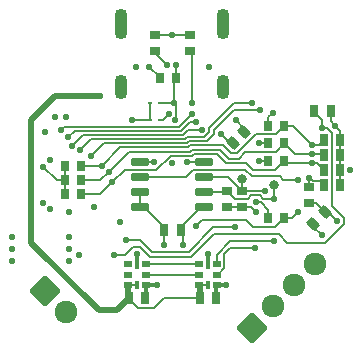
<source format=gbl>
G04*
G04 #@! TF.GenerationSoftware,Altium Limited,Altium Designer,25.1.2 (22)*
G04*
G04 Layer_Physical_Order=4*
G04 Layer_Color=16711680*
%FSLAX43Y43*%
%MOMM*%
G71*
G04*
G04 #@! TF.SameCoordinates,66C82C06-DC23-4D2E-A039-6B46B43C7AA7*
G04*
G04*
G04 #@! TF.FilePolarity,Positive*
G04*
G01*
G75*
%ADD13C,0.150*%
G04:AMPARAMS|DCode=17|XSize=0.7mm|YSize=0.9mm|CornerRadius=0.07mm|HoleSize=0mm|Usage=FLASHONLY|Rotation=180.000|XOffset=0mm|YOffset=0mm|HoleType=Round|Shape=RoundedRectangle|*
%AMROUNDEDRECTD17*
21,1,0.700,0.760,0,0,180.0*
21,1,0.560,0.900,0,0,180.0*
1,1,0.140,-0.280,0.380*
1,1,0.140,0.280,0.380*
1,1,0.140,0.280,-0.380*
1,1,0.140,-0.280,-0.380*
%
%ADD17ROUNDEDRECTD17*%
G04:AMPARAMS|DCode=18|XSize=0.3mm|YSize=0.7mm|CornerRadius=0.03mm|HoleSize=0mm|Usage=FLASHONLY|Rotation=180.000|XOffset=0mm|YOffset=0mm|HoleType=Round|Shape=RoundedRectangle|*
%AMROUNDEDRECTD18*
21,1,0.300,0.640,0,0,180.0*
21,1,0.240,0.700,0,0,180.0*
1,1,0.060,-0.120,0.320*
1,1,0.060,0.120,0.320*
1,1,0.060,0.120,-0.320*
1,1,0.060,-0.120,-0.320*
%
%ADD18ROUNDEDRECTD18*%
G04:AMPARAMS|DCode=25|XSize=0.75mm|YSize=0.96mm|CornerRadius=0.075mm|HoleSize=0mm|Usage=FLASHONLY|Rotation=0.000|XOffset=0mm|YOffset=0mm|HoleType=Round|Shape=RoundedRectangle|*
%AMROUNDEDRECTD25*
21,1,0.750,0.810,0,0,0.0*
21,1,0.600,0.960,0,0,0.0*
1,1,0.150,0.300,-0.405*
1,1,0.150,-0.300,-0.405*
1,1,0.150,-0.300,0.405*
1,1,0.150,0.300,0.405*
%
%ADD25ROUNDEDRECTD25*%
%ADD49C,0.800*%
%ADD50C,0.200*%
%ADD51C,0.300*%
%ADD52C,0.500*%
%ADD54C,1.925*%
G04:AMPARAMS|DCode=55|XSize=1.925mm|YSize=1.925mm|CornerRadius=0.193mm|HoleSize=0mm|Usage=FLASHONLY|Rotation=45.000|XOffset=0mm|YOffset=0mm|HoleType=Round|Shape=RoundedRectangle|*
%AMROUNDEDRECTD55*
21,1,1.925,1.540,0,0,45.0*
21,1,1.540,1.925,0,0,45.0*
1,1,0.385,1.089,0.000*
1,1,0.385,0.000,-1.089*
1,1,0.385,-1.089,0.000*
1,1,0.385,0.000,1.089*
%
%ADD55ROUNDEDRECTD55*%
G04:AMPARAMS|DCode=56|XSize=1.925mm|YSize=1.925mm|CornerRadius=0.193mm|HoleSize=0mm|Usage=FLASHONLY|Rotation=315.000|XOffset=0mm|YOffset=0mm|HoleType=Round|Shape=RoundedRectangle|*
%AMROUNDEDRECTD56*
21,1,1.925,1.540,0,0,315.0*
21,1,1.540,1.925,0,0,315.0*
1,1,0.385,0.000,-1.089*
1,1,0.385,-1.089,0.000*
1,1,0.385,0.000,1.089*
1,1,0.385,1.089,0.000*
%
%ADD56ROUNDEDRECTD56*%
%ADD57O,1.100X2.100*%
%ADD58O,1.100X2.600*%
%ADD59C,0.550*%
G04:AMPARAMS|DCode=60|XSize=0.7mm|YSize=0.9mm|CornerRadius=0.07mm|HoleSize=0mm|Usage=FLASHONLY|Rotation=90.000|XOffset=0mm|YOffset=0mm|HoleType=Round|Shape=RoundedRectangle|*
%AMROUNDEDRECTD60*
21,1,0.700,0.760,0,0,90.0*
21,1,0.560,0.900,0,0,90.0*
1,1,0.140,0.380,0.280*
1,1,0.140,0.380,-0.280*
1,1,0.140,-0.380,-0.280*
1,1,0.140,-0.380,0.280*
%
%ADD60ROUNDEDRECTD60*%
G04:AMPARAMS|DCode=61|XSize=0.75mm|YSize=0.96mm|CornerRadius=0.075mm|HoleSize=0mm|Usage=FLASHONLY|Rotation=45.000|XOffset=0mm|YOffset=0mm|HoleType=Round|Shape=RoundedRectangle|*
%AMROUNDEDRECTD61*
21,1,0.750,0.810,0,0,45.0*
21,1,0.600,0.960,0,0,45.0*
1,1,0.150,0.499,-0.074*
1,1,0.150,0.074,-0.499*
1,1,0.150,-0.499,0.074*
1,1,0.150,-0.074,0.499*
%
%ADD61ROUNDEDRECTD61*%
%ADD62R,0.360X0.250*%
G04:AMPARAMS|DCode=63|XSize=0.7mm|YSize=0.55mm|CornerRadius=0.055mm|HoleSize=0mm|Usage=FLASHONLY|Rotation=180.000|XOffset=0mm|YOffset=0mm|HoleType=Round|Shape=RoundedRectangle|*
%AMROUNDEDRECTD63*
21,1,0.700,0.440,0,0,180.0*
21,1,0.590,0.550,0,0,180.0*
1,1,0.110,-0.295,0.220*
1,1,0.110,0.295,0.220*
1,1,0.110,0.295,-0.220*
1,1,0.110,-0.295,-0.220*
%
%ADD63ROUNDEDRECTD63*%
G04:AMPARAMS|DCode=64|XSize=0.6mm|YSize=1.5mm|CornerRadius=0.06mm|HoleSize=0mm|Usage=FLASHONLY|Rotation=270.000|XOffset=0mm|YOffset=0mm|HoleType=Round|Shape=RoundedRectangle|*
%AMROUNDEDRECTD64*
21,1,0.600,1.380,0,0,270.0*
21,1,0.480,1.500,0,0,270.0*
1,1,0.120,-0.690,-0.240*
1,1,0.120,-0.690,0.240*
1,1,0.120,0.690,0.240*
1,1,0.120,0.690,-0.240*
%
%ADD64ROUNDEDRECTD64*%
D13*
X14200Y0D02*
Y1250D01*
X11600Y-215D02*
Y600D01*
X11900Y300D01*
X12500D01*
X3100Y4800D02*
X5200Y6900D01*
X3100Y4422D02*
Y4800D01*
X5200Y6900D02*
X6700D01*
X5200Y6300D02*
X7400D01*
X3500Y4600D02*
X5200Y6300D01*
X3500Y4250D02*
Y4600D01*
X-6900Y2400D02*
X-5800Y3500D01*
X1206D01*
X10201Y5000D02*
X11801Y3400D01*
X9485Y5000D02*
X10201D01*
X8115Y5715D02*
X8500Y6100D01*
X8115Y5000D02*
Y5715D01*
X7300Y3500D02*
X8115D01*
X7300Y2000D02*
X8115D01*
X6800Y1200D02*
X8685D01*
X4560Y1800D02*
X6200D01*
X6800Y1200D01*
X6700Y700D02*
X9100D01*
X1750Y1250D02*
X6150D01*
X6700Y700D01*
X3749Y2611D02*
X4560Y1800D01*
X4800Y2200D02*
X5600D01*
X4039Y2961D02*
X4800Y2200D01*
X1657Y2961D02*
X4039D01*
X5600Y2200D02*
X6149Y2749D01*
X8734D01*
X7049Y4249D02*
X8734D01*
X4951Y2649D02*
X5449D01*
X7049Y4249D01*
X8734D02*
X9485Y5000D01*
X8685Y1200D02*
X9485Y2000D01*
X8734Y2749D02*
X9485Y3500D01*
X9100Y700D02*
X9400Y400D01*
X10600D01*
X10385Y2600D02*
X11800D01*
X9485Y3500D02*
X10385Y2600D01*
X9685Y1800D02*
X11801D01*
X9485Y2000D02*
X9685Y1800D01*
X1135Y635D02*
X1750Y1250D01*
X-7715Y1600D02*
X-6000D01*
X-6100Y400D02*
X-5400Y1100D01*
X-7715Y400D02*
X-6100D01*
X-6100Y-800D02*
X-5100Y200D01*
X-7715Y-800D02*
X-6100D01*
X-6000Y1600D02*
X-4450Y3150D01*
X1351D01*
X-5400Y1100D02*
X-3700Y2800D01*
X1496D01*
X-7855Y2900D02*
X-6905Y3850D01*
X1061D01*
X-8500Y3300D02*
X-7600Y4200D01*
X890D01*
X-8250Y4550D02*
X745D01*
X-8800Y4000D02*
X-8250Y4550D01*
X-9155Y4900D02*
X600D01*
X-9455Y4600D02*
X-9155Y4900D01*
X600D02*
X1700Y6000D01*
X2716Y4038D02*
X3100Y4422D01*
X-2700Y635D02*
X1135D01*
X5900Y-500D02*
X7800D01*
X5900D02*
Y500D01*
Y-515D02*
Y-500D01*
X8600Y-1200D02*
Y0D01*
X8685Y-3600D02*
X9485Y-2800D01*
X6800Y-3600D02*
X8685D01*
X6200Y-3000D02*
X6800Y-3600D01*
X2500Y-3000D02*
X6200D01*
X2000Y-3500D02*
X2500Y-3000D01*
X5900Y-1885D02*
X6685D01*
X7100Y-2300D01*
X8115Y-2800D02*
Y-2115D01*
X7100Y-1500D02*
X7500D01*
X8115Y-2115D01*
X5285Y-1200D02*
X6400D01*
X4600Y-515D02*
X5285Y-1200D01*
X6400D02*
X6694Y-906D01*
X7700Y-1200D02*
X8600D01*
X6694Y-906D02*
X7406D01*
X7700Y-1200D01*
X-2700Y-4700D02*
X-1700Y-5700D01*
X1400D02*
X3480Y-3619D01*
X-1700Y-5700D02*
X1400D01*
X-2700Y-5300D02*
X-1900Y-6100D01*
X1600D01*
X3500Y-4200D01*
X3480Y-3619D02*
X5285D01*
X3500Y-4200D02*
X9000D01*
X9485Y-2800D02*
X10100D01*
X10600Y-2300D01*
X9000Y-4200D02*
X9700Y-4900D01*
X12900D01*
X3750Y-5950D02*
X4900Y-4800D01*
X3750Y-6737D02*
Y-5950D01*
X4900Y-4800D02*
X8600D01*
X3851Y-7637D02*
X4400Y-7088D01*
Y-5900D02*
X4900Y-5400D01*
X4400Y-7088D02*
Y-5900D01*
X3750Y-7637D02*
X3851D01*
X4900Y-5400D02*
X7000D01*
X12900Y-4900D02*
X14500Y-3300D01*
X4600Y-1885D02*
X5900D01*
X4480Y-635D02*
X4600Y-515D01*
X2700Y-635D02*
X4480D01*
X4750Y635D02*
X5900Y-515D01*
X2700Y635D02*
X4750D01*
X4266Y3334D02*
X4951Y2649D01*
X1802Y2611D02*
X3749D01*
X1641Y2450D02*
X1802Y2611D01*
X-155Y2450D02*
X1641D01*
X-1355Y1250D02*
X-155Y2450D01*
X-4050Y1250D02*
X-1355D01*
X1496Y2800D02*
X1657Y2961D01*
X1534Y3334D02*
X4266D01*
X1351Y3150D02*
X1534Y3334D01*
X2938Y3688D02*
X3500Y4250D01*
X1394Y3688D02*
X2938D01*
X1206Y3500D02*
X1394Y3688D01*
X1249Y4038D02*
X2716D01*
X1061Y3850D02*
X1249Y4038D01*
X-5100Y200D02*
X-4050Y1250D01*
X12175Y-1585D02*
X12895Y-2305D01*
X11600Y-1585D02*
X12175D01*
X12500Y300D02*
X12800Y0D01*
X12700Y4800D02*
Y5500D01*
X12000Y6200D02*
X12700Y5500D01*
X13400Y5350D02*
X13750Y5000D01*
X13400Y5350D02*
Y6200D01*
X-3900Y-4700D02*
X-2700D01*
X-3300Y-5300D02*
X-2700D01*
X-4953Y-5969D02*
X-3969D01*
X-3300Y-5300D01*
X14500Y-3300D02*
Y-2800D01*
X13500Y-1800D02*
X14500Y-2800D01*
X13500Y-1800D02*
Y4400D01*
X12700Y4800D02*
X13100D01*
X13500Y4400D01*
X890Y4200D02*
X1290Y4600D01*
X2500D01*
X1495Y5300D02*
X2000D01*
X745Y4550D02*
X1495Y5300D01*
X-1920Y5500D02*
Y6900D01*
X171D02*
X175Y6896D01*
X-1080Y6900D02*
X171D01*
X207Y6896D02*
X281Y6823D01*
X254Y5459D02*
X281Y5486D01*
Y6823D01*
X-1085Y9000D02*
Y9085D01*
X-2000Y10000D02*
X-1085Y9085D01*
X-3400Y5500D02*
X-1920D01*
X12895Y-2305D02*
X13155D01*
X13900Y-3050D01*
X11905Y-3555D02*
X12650Y-4300D01*
X11905Y-3555D02*
Y-3295D01*
X14200Y3750D02*
Y4550D01*
X13750Y5000D02*
X14200Y4550D01*
Y2500D02*
Y3750D01*
Y1250D02*
Y2500D01*
X11801Y1800D02*
X12250D01*
X12800Y1250D01*
X11800Y2600D02*
X12700D01*
X12800Y2500D01*
X12450Y3400D02*
X12800Y3750D01*
X11801Y3400D02*
X12450D01*
X6095Y4495D02*
Y4755D01*
X5350Y5500D02*
X6095Y4755D01*
X4100Y4250D02*
X4845Y3505D01*
X5105D01*
X-1080Y5500D02*
X-766D01*
X-276Y5990D01*
X322Y8822D02*
Y10130D01*
X175Y6896D02*
Y8675D01*
X322Y8822D01*
X175Y6896D02*
X207D01*
X0Y12685D02*
X1500D01*
X-1500D02*
X0D01*
X1661Y6889D02*
Y11154D01*
X1500Y11315D02*
X1661Y11154D01*
X-1500Y11181D02*
X-474Y10155D01*
X-1500Y11181D02*
Y11315D01*
X-3000Y-8537D02*
X-2925Y-8462D01*
X-3675Y-8537D02*
X-3000D01*
X2250D02*
X2925D01*
X3000Y-8462D01*
X-2250Y-7637D02*
X2250D01*
X-2250Y-6737D02*
X-2250Y-6737D01*
X2250D01*
D17*
X9485Y-2800D02*
D03*
X8115D02*
D03*
X285Y9000D02*
D03*
X-1085D02*
D03*
X9485Y3500D02*
D03*
X8115D02*
D03*
X9485Y5000D02*
D03*
X8115Y5000D02*
D03*
X-9085Y-800D02*
D03*
X-7715Y-800D02*
D03*
X-9085Y400D02*
D03*
X-7715D02*
D03*
X-9085Y1600D02*
D03*
X-7715Y1600D02*
D03*
X9485Y2000D02*
D03*
X8115D02*
D03*
D18*
X3000Y-6812D02*
D03*
Y-8462D02*
D03*
X-3000Y-6812D02*
D03*
Y-8462D02*
D03*
D25*
X13400Y6200D02*
D03*
X12000D02*
D03*
X12800Y0D02*
D03*
X14200D02*
D03*
Y3750D02*
D03*
X12800D02*
D03*
X14200Y2500D02*
D03*
X12800D02*
D03*
X14200Y1250D02*
D03*
X12800Y1250D02*
D03*
X700Y-3810D02*
D03*
X-700D02*
D03*
X-2300Y-9637D02*
D03*
X-3700D02*
D03*
X3700D02*
D03*
X2300D02*
D03*
D49*
X8600Y0D02*
D03*
X5900Y500D02*
D03*
D50*
X-9085Y-800D02*
Y1600D01*
X-10922Y1524D02*
X-9798Y400D01*
X-9085D01*
X-9085Y1600D02*
X-9085Y1600D01*
X1200Y1900D02*
X1205Y1905D01*
X2700D01*
X900Y-5100D02*
Y-4010D01*
X700Y-3810D02*
X900Y-4010D01*
X-700Y-5100D02*
Y-3810D01*
X-2700Y1905D02*
X-1524D01*
X-2907Y-10430D02*
X-1524D01*
X-3700Y-9637D02*
X-2907Y-10430D01*
X-731Y-9637D02*
X2300D01*
X-1524Y-10430D02*
X-731Y-9637D01*
X-3181Y-635D02*
X-2700D01*
X-700Y-3810D02*
Y-3589D01*
X-2384Y-1905D02*
X-700Y-3589D01*
X-2700Y-1905D02*
X-2384D01*
X700Y-3810D02*
Y-3587D01*
X2382Y-1905D02*
X2700D01*
X700Y-3587D02*
X2382Y-1905D01*
X-2700D02*
Y-635D01*
D51*
X3700Y-8587D02*
X3750Y-8537D01*
X3700Y-9637D02*
Y-8587D01*
X3750Y-8537D02*
X4560D01*
X4572Y-8525D01*
X-2250Y-8537D02*
X-1270D01*
X3000Y-6812D02*
Y-5858D01*
X-3000Y-6812D02*
Y-5858D01*
X-2300Y-9637D02*
X-2250Y-9587D01*
Y-8537D01*
D52*
X-4700Y-10637D02*
X-3700Y-9637D01*
X-11938Y-4931D02*
Y5459D01*
X-9921Y7476D02*
X-6099D01*
X-11938Y5459D02*
X-9921Y7476D01*
X2250Y-8537D02*
X2300Y-8587D01*
Y-9637D02*
Y-8587D01*
X-3750Y-9587D02*
X-3700Y-9637D01*
X-3750Y-9587D02*
Y-8537D01*
X-11938Y-4931D02*
X-6232Y-10637D01*
X-4700D01*
D54*
X12094Y-6706D02*
D03*
X10298Y-8502D02*
D03*
X8502Y-10298D02*
D03*
X-9008Y-10804D02*
D03*
D55*
X6706Y-12094D02*
D03*
D56*
X-10804Y-9008D02*
D03*
D57*
X-4320Y8250D02*
D03*
X4320D02*
D03*
D58*
X-4320Y13610D02*
D03*
X4320D02*
D03*
D59*
X15050Y1200D02*
D03*
X11600Y600D02*
D03*
X6700Y6900D02*
D03*
X7400Y6300D02*
D03*
X-6900Y2400D02*
D03*
X8500Y6100D02*
D03*
X7300Y3500D02*
D03*
Y2000D02*
D03*
X10600Y400D02*
D03*
X-8800Y4000D02*
D03*
X-8500Y3300D02*
D03*
X-9455Y4600D02*
D03*
X0Y1800D02*
D03*
X1200Y1900D02*
D03*
X900Y-5100D02*
D03*
X2000Y-3500D02*
D03*
X7100Y-1500D02*
D03*
X-700Y-5100D02*
D03*
X10600Y-2300D02*
D03*
X7000Y-5400D02*
D03*
X8600Y-4800D02*
D03*
X5285Y-3619D02*
D03*
X8600Y-1200D02*
D03*
X7800Y-500D02*
D03*
X-1524Y1905D02*
D03*
X-5100Y200D02*
D03*
X-5400Y1100D02*
D03*
X-6000Y1600D02*
D03*
X12700Y4800D02*
D03*
X-4953Y-5969D02*
D03*
X2500Y4600D02*
D03*
X2000Y5300D02*
D03*
X1700Y6000D02*
D03*
X-3900Y-4700D02*
D03*
X-7855Y2900D02*
D03*
X-3400Y5500D02*
D03*
X-2000Y10000D02*
D03*
X12650Y-4300D02*
D03*
X13900Y-3050D02*
D03*
X11801Y3400D02*
D03*
X11800Y2600D02*
D03*
X11801Y1800D02*
D03*
X5350Y5500D02*
D03*
X4100Y4250D02*
D03*
X13750Y5000D02*
D03*
X-10804Y4500D02*
D03*
X175Y6896D02*
D03*
X-276Y5990D02*
D03*
X254Y5459D02*
D03*
X322Y10130D02*
D03*
X0Y12685D02*
D03*
X1661Y6889D02*
D03*
X-474Y10155D02*
D03*
X4572Y-8525D02*
D03*
X-1270Y-8537D02*
D03*
X3000Y-5858D02*
D03*
X-3000Y-5858D02*
D03*
X-6099Y7476D02*
D03*
X-7874Y-5969D02*
D03*
X7100Y-2300D02*
D03*
X-8763Y-6477D02*
D03*
Y-5461D02*
D03*
Y-4445D02*
D03*
X-13589Y-6477D02*
D03*
Y-5461D02*
D03*
Y-4445D02*
D03*
X3100Y10000D02*
D03*
X-3100D02*
D03*
X-4445Y-3175D02*
D03*
X-6604Y-1905D02*
D03*
X-9906Y5715D02*
D03*
X-9017D02*
D03*
X-10392Y2100D02*
D03*
Y-2100D02*
D03*
X-8714Y-2287D02*
D03*
X-10922Y-1524D02*
D03*
Y1524D02*
D03*
D60*
X11600Y-215D02*
D03*
Y-1585D02*
D03*
X-1500Y12685D02*
D03*
Y11315D02*
D03*
X1500Y12685D02*
D03*
Y11315D02*
D03*
X4600Y-515D02*
D03*
Y-1885D02*
D03*
X5900Y-515D02*
D03*
Y-1885D02*
D03*
D61*
X12895Y-2305D02*
D03*
X11905Y-3295D02*
D03*
X5105Y3505D02*
D03*
X6095Y4495D02*
D03*
D62*
X-1080Y6900D02*
D03*
X-1920D02*
D03*
X-1080Y5500D02*
D03*
X-1920D02*
D03*
D63*
X3750Y-7637D02*
D03*
X3750Y-6737D02*
D03*
X2250D02*
D03*
Y-7637D02*
D03*
Y-8537D02*
D03*
X3750D02*
D03*
X-2250Y-7637D02*
D03*
X-2250Y-6737D02*
D03*
X-3750D02*
D03*
Y-7637D02*
D03*
Y-8537D02*
D03*
X-2250D02*
D03*
D64*
X-2700Y-1905D02*
D03*
Y-635D02*
D03*
Y635D02*
D03*
Y1905D02*
D03*
X2700Y-1905D02*
D03*
Y-635D02*
D03*
Y635D02*
D03*
Y1905D02*
D03*
M02*

</source>
